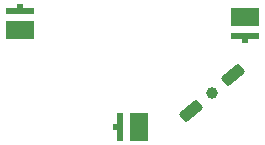
<source format=gbr>
%TF.GenerationSoftware,KiCad,Pcbnew,8.0.5*%
%TF.CreationDate,2024-10-26T17:45:05+02:00*%
%TF.ProjectId,LEDRing,4c454452-696e-4672-9e6b-696361645f70,rev?*%
%TF.SameCoordinates,Original*%
%TF.FileFunction,Soldermask,Top*%
%TF.FilePolarity,Negative*%
%FSLAX46Y46*%
G04 Gerber Fmt 4.6, Leading zero omitted, Abs format (unit mm)*
G04 Created by KiCad (PCBNEW 8.0.5) date 2024-10-26 17:45:05*
%MOMM*%
%LPD*%
G01*
G04 APERTURE LIST*
G04 Aperture macros list*
%AMRoundRect*
0 Rectangle with rounded corners*
0 $1 Rounding radius*
0 $2 $3 $4 $5 $6 $7 $8 $9 X,Y pos of 4 corners*
0 Add a 4 corners polygon primitive as box body*
4,1,4,$2,$3,$4,$5,$6,$7,$8,$9,$2,$3,0*
0 Add four circle primitives for the rounded corners*
1,1,$1+$1,$2,$3*
1,1,$1+$1,$4,$5*
1,1,$1+$1,$6,$7*
1,1,$1+$1,$8,$9*
0 Add four rect primitives between the rounded corners*
20,1,$1+$1,$2,$3,$4,$5,0*
20,1,$1+$1,$4,$5,$6,$7,0*
20,1,$1+$1,$6,$7,$8,$9,0*
20,1,$1+$1,$8,$9,$2,$3,0*%
G04 Aperture macros list end*
%ADD10R,1.600000X2.400000*%
%ADD11R,0.600000X2.400000*%
%ADD12R,0.600000X0.500000*%
%ADD13R,2.400000X1.600000*%
%ADD14R,2.400000X0.600000*%
%ADD15R,0.500000X0.600000*%
%ADD16C,1.000000*%
%ADD17RoundRect,0.250000X-0.735230X-0.290580X-0.413836X-0.673602X0.735230X0.290580X0.413836X0.673602X0*%
G04 APERTURE END LIST*
D10*
%TO.C,D3*%
X150575000Y-108800000D03*
D11*
X148925000Y-108800000D03*
D12*
X148625000Y-108800000D03*
%TD*%
D13*
%TO.C,D2*%
X140500000Y-100575000D03*
D14*
X140500000Y-98925000D03*
D15*
X140500000Y-98625000D03*
%TD*%
D13*
%TO.C,D1*%
X159500000Y-99425000D03*
D14*
X159500000Y-101075000D03*
D15*
X159500000Y-101375000D03*
%TD*%
D16*
%TO.C,REF\u002A\u002A*%
X156700000Y-105900000D03*
%TD*%
D17*
%TO.C,J2*%
X154900000Y-107400000D03*
%TD*%
%TO.C,J1*%
X158500000Y-104400000D03*
%TD*%
M02*

</source>
